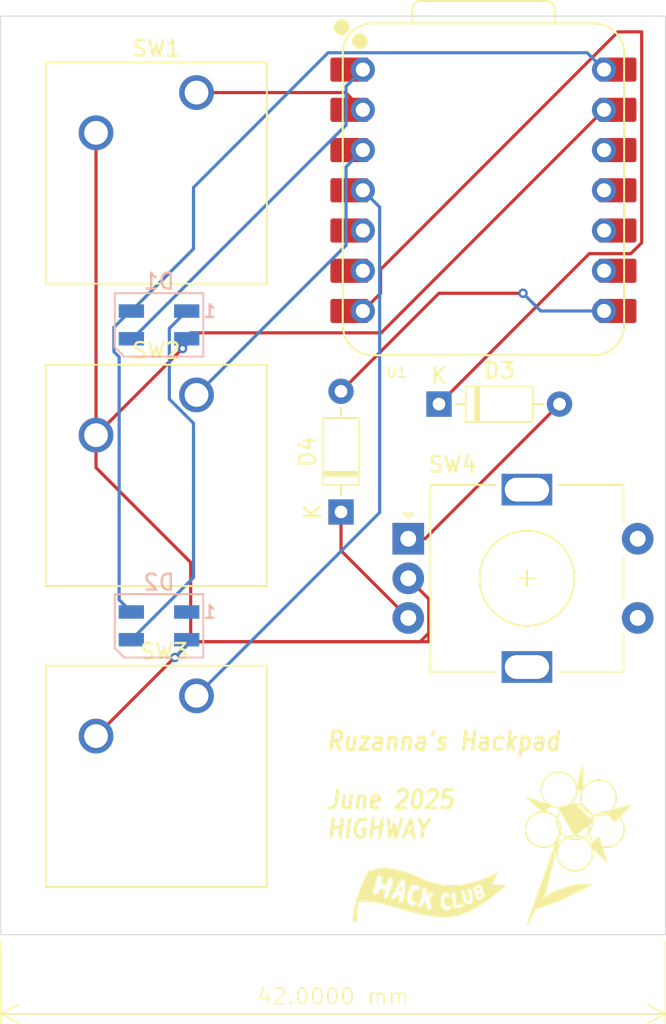
<source format=kicad_pcb>
(kicad_pcb (version 20240108) (generator "pcbnew") (generator_version "8.0")
  (layers (0 "F.Cu" signal) (31 "B.Cu" signal) (34 "B.Paste" user) (35 "F.Paste" user) (36 "B.SilkS" user "B.Silkscreen") (37 "F.SilkS" user "F.Silkscreen") (38 "B.Mask" user) (39 "F.Mask" user) (44 "Edge.Cuts" user))
  (net 0 "")
  (net 1 "Net-(D1-DOUT)")
  (net 2 "GND")
  (net 3 "NEOPIXEL")
  (net 4 "+5V")
  (net 6 "SWITCH1")
  (net 7 "SWITCH2")
  (net 8 "SWITCH3")
  (net 15 "Net-(D3-K)")
  (net 16 "Net-(D3-A)")
  (net 17 "Net-(D4-K)")
  (net 18 "Net-(D4-A)")
  (footprint "Rotary_Encoder:RotaryEncoder_Alps_EC11E-Switch_Vertical_H20mm" (layer "F.Cu") (at 128.25 90.5)
    (property "Reference" "SW4")
    (property "Value" "RotaryEncoder")
  )
  (footprint "Button_Switch_Keyboard:SW_Cherry_MX_1.00u_PCB" (layer "F.Cu") (at 114.869 81.42)
    (property "Reference" "SW2")
    (property "Value" "SW_Push_45deg")
  )
  (footprint "Diode_THT:D_DO-35_SOD27_P7.62mm_Horizontal" (layer "F.Cu") (at 130.19 82)
    (property "Reference" "D3")
    (property "Value" "1N4148")
  )
  (footprint "Diode_THT:D_DO-35_SOD27_P7.62mm_Horizontal" (layer "F.Cu") (at 124 88.81 90)
    (property "Reference" "D4")
    (property "Value" "1N4148")
  )
  (footprint "Seeed Studio XIAO Series Library:XIAO-RP2040-DIP" (layer "F.Cu") (at 133 68.5)
    (property "Reference" "U1")
    (property "Value" "XIAO-RP2040-DIP")
  )
  (footprint "Button_Switch_Keyboard:SW_Cherry_MX_1.00u_PCB" (layer "F.Cu") (at 114.869 62.3305)
    (property "Reference" "SW1")
    (property "Value" "SW_Push_45deg")
  )
  (footprint "Button_Switch_Keyboard:SW_Cherry_MX_1.00u_PCB" (layer "F.Cu") (at 114.869 100.42)
    (property "Reference" "SW3")
    (property "Value" "SW_Push_45deg")
  )
  (footprint "LED_SMD:LED_SK6812MINI_PLCC4_3.5x3.5mm_P1.75mm" (layer "B.Cu") (at 112.5 96 180)
    (property "Reference" "D2")
    (property "Value" "SK6812MINI")
  )
  (footprint "LED_SMD:LED_SK6812MINI_PLCC4_3.5x3.5mm_P1.75mm" (layer "B.Cu") (at 112.5 77 180)
    (property "Reference" "D1")
    (property "Value" "SK6812MINI")
  )
  (gr_poly (pts (xy 137.272436 107.359056) (xy 135.772436 106.859056) (xy 136.772436 107.741023)) (stroke (width 0.1)) (fill solid) (layer "F.SilkS"))
  (gr_poly (pts (xy 137.772436 107.477089) (xy 138.772436 109.241023) (xy 139.890469 108.359056) (xy 138.772436 107.241023)) (stroke (width 0.1)) (fill solid) (layer "F.SilkS"))
  (gr_poly (pts (xy 132.825275 112.873687) (xy 132.833263 112.87413) (xy 132.84113 112.875036) (xy 132.848851 112.876432) (xy 132.85265 112.877322) (xy 132.856405 112.878345) (xy 132.860112 112.879503) (xy 132.863769 112.880801) (xy 132.867372 112.882242) (xy 132.87092 112.883829) (xy 132.874409 112.885566) (xy 132.877837 112.887455) (xy 132.8812 112.889501) (xy 132.884497 112.891706) (xy 132.887723 112.894075) (xy 132.890876 112.89661) (xy 132.893954 112.899315) (xy 132.896953 112.902193) (xy 132.899872 112.905248) (xy 132.902706 112.908483) (xy 132.905453 112.911902) (xy 132.908111 112.915507) (xy 132.910676 112.919302) (xy 132.913146 112.923292) (xy 132.915518 112.927478) (xy 132.917789 112.931864) (xy 132.919956 112.936454) (xy 132.922017 112.941252) (xy 132.926834 112.95524) (xy 132.929694 112.968687) (xy 132.930718 112.981602) (xy 132.930022 112.993995) (xy 132.927726 113.005874) (xy 132.923948 113.017249) (xy 132.918806 113.02813) (xy 132.912419 113.038526) (xy 132.904906 113.048446) (xy 132.896384 113.0579) (xy 132.886973 113.066897) (xy 132.876791 113.075447) (xy 132.865956 113.083559) (xy 132.854587 113.091241) (xy 132.83072 113.105359) (xy 132.806138 113.117874) (xy 132.781788 113.128862) (xy 132.737579 113.146559) (xy 132.705673 113.159051) (xy 132.696703 113.163532) (xy 132.694379 113.165365) (xy 132.693654 113.166938) (xy 132.639574 112.941252) (xy 132.655684 112.930981) (xy 132.673943 112.920411) (xy 132.697335 112.908233) (xy 132.710564 112.902014) (xy 132.724607 112.895959) (xy 132.739307 112.890259) (xy 132.754508 112.885101) (xy 132.770053 112.880676) (xy 132.785785 112.877171) (xy 132.801549 112.874776) (xy 132.817186 112.873679)) (stroke (width -0.000001)) (fill solid) (layer "F.SilkS"))
  (gr_circle (center 136.772436 108.859056) (end 137.772436 109.359056) (stroke (width 0.1)) (fill none) (layer "F.SilkS"))
  (gr_poly (pts (xy 139.772436 109.859056) (xy 140.272436 109.359056) (xy 140.772436 110.859056)) (stroke (width 0.1)) (fill solid) (layer "F.SilkS"))
  (gr_poly (pts (xy 132.721994 112.547009) (xy 132.728772 112.547644) (xy 132.732062 112.54813) (xy 132.735282 112.548731) (xy 132.738432 112.549451) (xy 132.741509 112.550293) (xy 132.744511 112.55126) (xy 132.747438 112.552354) (xy 132.750286 112.55358) (xy 132.753054 112.55494) (xy 132.755741 112.556437) (xy 132.758344 112.558074) (xy 132.760862 112.559854) (xy 132.763293 112.56178) (xy 132.765635 112.563855) (xy 132.767886 112.566082) (xy 132.770045 112.568465) (xy 132.772109 112.571006) (xy 132.774077 112.573708) (xy 132.775947 112.576574) (xy 132.777717 112.579607) (xy 132.779386 112.582811) (xy 132.780951 112.586188) (xy 132.782411 112.589741) (xy 132.783764 112.593474) (xy 132.785008 112.597389) (xy 132.786141 112.60149) (xy 132.787162 112.605779) (xy 132.788727 112.615721) (xy 132.789064 112.625497) (xy 132.78825 112.635096) (xy 132.786361 112.644509) (xy 132.783476 112.653725) (xy 132.779672 112.662736) (xy 132.775026 112.671532) (xy 132.769616 112.680102) (xy 132.763518 112.688436) (xy 132.75681 112.696526) (xy 132.749569 112.704362) (xy 132.741873 112.711933) (xy 132.733799 112.71923) (xy 132.725424 112.726242) (xy 132.708081 112.739377) (xy 132.690462 112.751259) (xy 132.673186 112.761811) (xy 132.656871 112.770953) (xy 132.642136 112.778608) (xy 132.619878 112.789144) (xy 132.611359 112.792796) (xy 132.529137 112.600244) (xy 132.622424 112.566676) (xy 132.64511 112.55943) (xy 132.656188 112.556261) (xy 132.667048 112.553462) (xy 132.677659 112.551085) (xy 132.68799 112.549181) (xy 132.69801 112.547801) (xy 132.707689 112.546997) (xy 132.714961 112.546801)) (stroke (width -0.000001)) (fill solid) (layer "F.SilkS"))
  (gr_poly (pts (xy 126.827035 111.28928) (xy 127.038431 111.302631) (xy 127.270873 111.33116) (xy 127.395117 111.35182) (xy 127.524781 111.377118) (xy 127.659916 111.407336) (xy 127.800575 111.442755) (xy 127.94681 111.483656) (xy 128.098674 111.530321) (xy 128.256219 111.58303) (xy 128.419498 111.642066) (xy 128.588563 111.707709) (xy 128.763466 111.780241) (xy 128.94426 111.859942) (xy 129.130998 111.947095) (xy 129.335809 112.038742) (xy 129.540394 112.117664) (xy 129.744416 112.184456) (xy 129.947544 112.239716) (xy 130.149441 112.284038) (xy 130.349774 112.318018) (xy 130.548209 112.342253) (xy 130.744411 112.357338) (xy 130.938047 112.363869) (xy 131.128781 112.362443) (xy 131.31628 112.353653) (xy 131.50021 112.338098) (xy 131.680235 112.316372) (xy 131.856023 112.289071) (xy 132.027239 112.256792) (xy 132.193548 112.22013) (xy 132.51011 112.13604) (xy 132.803034 112.041569) (xy 133.069649 111.941484) (xy 133.307278 111.840551) (xy 133.51325 111.743538) (xy 133.684888 111.655211) (xy 133.914473 111.523684) (xy 133.915729 111.523007) (xy 133.91703 111.522493) (xy 133.918368 111.522135) (xy 133.919738 111.521928) (xy 133.921132 111.521864) (xy 133.922543 111.521936) (xy 133.923964 111.522139) (xy 133.925388 111.522466) (xy 133.926809 111.522909) (xy 133.92822 111.523463) (xy 133.929612 111.524121) (xy 133.930981 111.524875) (xy 133.932318 111.525721) (xy 133.933617 111.52665) (xy 133.93487 111.527656) (xy 133.936072 111.528733) (xy 133.937214 111.529873) (xy 133.93829 111.531072) (xy 133.939293 111.532321) (xy 133.940217 111.533614) (xy 133.941053 111.534944) (xy 133.941796 111.536306) (xy 133.942439 111.537692) (xy 133.942973 111.539095) (xy 133.943393 111.54051) (xy 133.943692 111.541928) (xy 133.943862 111.543345) (xy 133.943897 111.544753) (xy 133.943789 111.546145) (xy 133.943532 111.547516) (xy 133.943119 111.548857) (xy 133.942544 111.550163) (xy 133.544672 112.324638) (xy 133.544126 112.325788) (xy 133.543666 112.326949) (xy 133.54329 112.328118) (xy 133.542996 112.32929) (xy 133.542781 112.330465) (xy 133.542645 112.331637) (xy 133.542585 112.332805) (xy 133.5426 112.333965) (xy 133.542687 112.335114) (xy 133.542846 112.336249) (xy 133.543074 112.337368) (xy 133.543369 112.338466) (xy 133.54373 112.339542) (xy 133.544155 112.340591) (xy 133.544643 112.341612) (xy 133.54519 112.3426) (xy 133.545796 112.343553) (xy 133.546459 112.344468) (xy 133.547177 112.345341) (xy 133.547948 112.34617) (xy 133.54877 112.346952) (xy 133.549642 112.347683) (xy 133.550562 112.348361) (xy 133.551528 112.348982) (xy 133.552538 112.349544) (xy 133.55359 112.350043) (xy 133.554683 112.350476) (xy 133.555815 112.350841) (xy 133.556984 112.351134) (xy 133.558189 112.351352) (xy 133.559426 112.351492) (xy 133.560696 112.351551) (xy 133.882142 112.35421) (xy 134.137432 112.354199) (xy 134.429005 112.351768) (xy 134.430555 112.351803) (xy 134.432059 112.351946) (xy 134.433516 112.352192) (xy 134.434923 112.352537) (xy 134.436277 112.352974) (xy 134.437575 112.353501) (xy 134.438815 112.35411) (xy 134.439994 112.354799) (xy 134.441109 112.355561) (xy 134.442159 112.356392) (xy 134.443139 112.357286) (xy 134.444048 112.35824) (xy 134.444882 112.359248) (xy 134.44564 112.360305) (xy 134.446318 112.361406) (xy 134.446914 112.362546) (xy 134.447425 112.36372) (xy 134.447849 112.364924) (xy 134.448183 112.366153) (xy 134.448424 112.367401) (xy 134.448569 112.368664) (xy 134.448617 112.369937) (xy 134.448563 112.371214) (xy 134.448407 112.372491) (xy 134.448144 112.373764) (xy 134.447772 112.375026) (xy 134.44729 112.376274) (xy 134.446693 112.377502) (xy 134.445979 112.378705) (xy 134.445147 112.379879) (xy 134.444192 112.381018) (xy 134.443113 112.382118) (xy 134.268306 112.542061) (xy 133.963481 112.804419) (xy 133.552724 113.131051) (xy 133.315148 113.306552) (xy 133.060121 113.483819) (xy 132.790653 113.658086) (xy 132.509756 113.824584) (xy 132.220439 113.978547) (xy 131.925715 114.115208) (xy 131.628592 114.229798) (xy 131.480073 114.277327) (xy 131.332083 114.31755) (xy 131.184999 114.349873) (xy 131.039197 114.373698) (xy 130.895054 114.38843) (xy 130.752945 114.393473) (xy 130.457325 114.389148) (xy 130.17781 114.376635) (xy 129.913078 114.356623) (xy 129.661809 114.329803) (xy 129.42268 114.296864) (xy 129.194369 114.258497) (xy 128.975554 114.215392) (xy 128.764915 114.16824) (xy 128.561128 114.117731) (xy 128.362872 114.064554) (xy 127.977666 113.95296) (xy 127.598722 113.838979) (xy 127.215466 113.728134) (xy 127.072103 113.689453) (xy 128.882375 113.689453) (xy 128.883272 113.700637) (xy 128.88535 113.71105) (xy 128.888566 113.720635) (xy 128.892877 113.729336) (xy 128.898239 113.737098) (xy 128.904611 113.743865) (xy 128.911947 113.749581) (xy 128.920206 113.754191) (xy 128.929343 113.757638) (xy 128.939316 113.759866) (xy 128.950081 113.760821) (xy 128.961596 113.760445) (xy 128.973817 113.758684) (xy 128.9867 113.755481) (xy 129.000203 113.75078) (xy 129.014282 113.744526) (xy 129.028895 113.736663) (xy 129.043997 113.727135) (xy 129.059546 113.715886) (xy 129.075498 113.70286) (xy 129.091811 113.688003) (xy 129.10844 113.671256) (xy 129.125343 113.652566) (xy 129.142477 113.631876) (xy 129.159799 113.60913) (xy 129.177264 113.584272) (xy 129.185795 113.571311) (xy 129.194355 113.55642) (xy 129.202862 113.539981) (xy 129.211239 113.522376) (xy 129.219403 113.503986) (xy 129.227277 113.485193) (xy 129.241831 113.447925) (xy 129.254263 113.413624) (xy 129.263933 113.385344) (xy 129.272436 113.359056) (xy 129.353754 113.349904) (xy 129.391319 113.522975) (xy 129.420595 113.670214) (xy 129.432699 113.738856) (xy 129.44115 113.796502) (xy 129.443395 113.808448) (xy 129.446799 113.820018) (xy 129.451283 113.831162) (xy 129.456765 113.841831) (xy 129.463167 113.851974) (xy 129.470407 113.861542) (xy 129.478406 113.870485) (xy 129.487084 113.878753) (xy 129.496361 113.886298) (xy 129.506157 113.893068) (xy 129.516392 113.899015) (xy 129.526985 113.904088) (xy 129.537857 113.908239) (xy 129.548927 113.911417) (xy 129.560117 113.913572) (xy 129.571345 113.914655) (xy 129.582531 113.914616) (xy 129.593596 113.913406) (xy 129.604459 113.910974) (xy 129.615041 113.907271) (xy 129.625261 113.902248) (xy 129.63504 113.895854) (xy 129.644297 113.88804) (xy 129.652952 113.878756) (xy 129.660925 113.867953) (xy 129.668137 113.85558) (xy 129.674507 113.841588) (xy 129.679955 113.825928) (xy 129.684401 113.808549) (xy 129.687765 113.789403) (xy 129.689967 113.768438) (xy 129.690927 113.745606) (xy 129.686819 113.711561) (xy 129.680582 113.674632) (xy 129.672164 113.634808) (xy 129.661511 113.592073) (xy 129.648568 113.546414) (xy 129.633283 113.497817) (xy 129.6156 113.446269) (xy 129.595466 113.391756) (xy 129.589974 113.376871) (xy 130.327004 113.376871) (xy 130.327436 113.421165) (xy 130.328958 113.454487) (xy 130.331277 113.486893) (xy 130.33439 113.518366) (xy 130.33829 113.548889) (xy 130.342971 113.578445) (xy 130.348427 113.607016) (xy 130.354653 113.634584) (xy 130.361643 113.661133) (xy 130.369391 113.686645) (xy 130.377891 113.711102) (xy 130.387138 113.734488) (xy 130.397125 113.756784) (xy 130.407847 113.777974) (xy 130.419299 113.798039) (xy 130.431473 113.816964) (xy 130.444365 113.834729) (xy 130.457968 113.851319) (xy 130.472277 113.866715) (xy 130.487286 113.8809) (xy 130.50299 113.893856) (xy 130.519382 113.905567) (xy 130.536456 113.916015) (xy 130.554207 113.925183) (xy 130.57263 113.933052) (xy 130.591717 113.939607) (xy 130.611464 113.944829) (xy 130.631865 113.9487) (xy 130.652913 113.951205) (xy 130.674603 113.952324) (xy 130.69693 113.952042) (xy 130.719886 113.95034) (xy 130.743468 113.947201) (xy 130.766448 113.942927) (xy 130.787648 113.937877) (xy 130.807131 113.932108) (xy 130.824963 113.925678) (xy 130.841207 113.918648) (xy 130.855928 113.911075) (xy 130.86919 113.903018) (xy 130.881058 113.894536) (xy 130.891595 113.885688) (xy 130.900867 113.876531) (xy 130.908937 113.867126) (xy 130.915871 113.85753) (xy 130.921731 113.847802) (xy 130.926583 113.838001) (xy 130.930491 113.828186) (xy 130.933519 113.818415) (xy 130.935732 113.808747) (xy 130.937193 113.79924) (xy 130.937968 113.789954) (xy 130.93812 113.780947) (xy 130.937715 113.772277) (xy 130.936815 113.764004) (xy 130.935487 113.756185) (xy 130.933793 113.748881) (xy 130.931798 113.742149) (xy 130.929568 113.736048) (xy 130.927165 113.730636) (xy 130.924654 113.725973) (xy 130.9221 113.722117) (xy 130.919567 113.719127) (xy 130.91712 113.717062) (xy 130.914822 113.71598) (xy 130.911438 113.714889) (xy 130.908217 113.713521) (xy 130.901597 113.710404) (xy 130.897864 113.708884) (xy 130.893627 113.707539) (xy 130.888719 113.706486) (xy 130.882974 113.705836) (xy 130.876224 113.705703) (xy 130.868303 113.706202) (xy 130.859044 113.707447) (xy 130.84828 113.709549) (xy 130.835844 113.712624) (xy 130.82157 113.716786) (xy 130.805291 113.722147) (xy 130.78684 113.728821) (xy 130.777115 113.732253) (xy 130.76754 113.735181) (xy 130.758111 113.737599) (xy 130.748827 113.739503) (xy 130.739684 113.740886) (xy 130.730681 113.741743) (xy 130.721815 113.74207) (xy 130.713084 113.741861) (xy 130.704486 113.741111) (xy 130.696017 113.739814) (xy 130.687676 113.737965) (xy 130.67946 113.735559) (xy 130.671366 113.73259) (xy 130.663394 113.729054) (xy 130.655539 113.724945) (xy 130.6478 113.720257) (xy 130.640174 113.714987) (xy 130.632659 113.709127) (xy 130.625252 113.702673) (xy 130.617952 113.69562) (xy 130.610755 113.687962) (xy 130.603659 113.679695) (xy 130.596663 113.670812) (xy 130.589762 113.661309) (xy 130.582956 113.65118) (xy 130.576242 113.64042) (xy 130.563079 113.616986) (xy 130.550254 113.590965) (xy 130.537749 113.562314) (xy 130.529842 113.54088) (xy 130.522522 113.51734) (xy 130.515911 113.491981) (xy 130.510129 113.465087) (xy 130.505296 113.436944) (xy 130.501532 113.407838) (xy 130.498959 113.378053) (xy 130.497697 113.347875) (xy 130.497866 113.317589) (xy 130.499587 113.287481) (xy 130.50298 113.257835) (xy 130.508166 113.228937) (xy 130.515266 113.201073) (xy 130.5244 113.174527) (xy 130.529768 113.161838) (xy 130.535689 113.149585) (xy 130.542179 113.137805) (xy 130.549253 113.126532) (xy 130.55145 113.123347) (xy 130.553639 113.120306) (xy 130.555818 113.117404) (xy 130.557985 113.114637) (xy 130.560138 113.112001) (xy 130.562275 113.109491) (xy 130.566495 113.104836) (xy 130.570633 113.100638) (xy 130.574675 113.096864) (xy 130.578606 113.093479) (xy 130.582414 113.090451) (xy 130.586083 113.087747) (xy 130.589602 113.085332) (xy 130.592955 113.083173) (xy 130.59613 113.081238) (xy 130.606768 113.075057) (xy 130.611174 113.072534) (xy 130.615579 113.070328) (xy 130.619975 113.068424) (xy 130.624356 113.066808) (xy 130.628714 113.065467) (xy 130.633041 113.064386) (xy 130.637329 113.063551) (xy 130.641572 113.062948) (xy 130.645762 113.062563) (xy 130.649891 113.062382) (xy 130.653951 113.062391) (xy 130.657936 113.062575) (xy 130.661837 113.06292) (xy 130.665647 113.063413) (xy 130.669359 113.06404) (xy 130.672965 113.064786) (xy 130.676457 113.065636) (xy 130.679829 113.066578) (xy 130.686178 113.068678) (xy 130.691954 113.070973) (xy 130.697096 113.07335) (xy 130.701543 113.075697) (xy 130.705235 113.0779) (xy 130.708113 113.079846) (xy 130.710116 113.081424) (xy 130.722145 113.089772) (xy 130.73356 113.096983) (xy 130.744367 113.103095) (xy 130.754572 113.108146) (xy 130.764181 113.112176) (xy 130.7732 113.115225) (xy 130.781636 113.11733) (xy 130.789493 113.11853) (xy 130.796778 113.118866) (xy 130.803498 113.118374) (xy 130.809658 113.117096) (xy 130.815265 113.115069) (xy 130.820324 113.112332) (xy 130.824841 113.108924) (xy 130.828823 113.104885) (xy 130.832275 113.100252) (xy 130.835204 113.095066) (xy 130.837616 113.089365) (xy 130.839516 113.083188) (xy 130.840911 113.076574) (xy 130.841807 113.069561) (xy 130.84221 113.06219) (xy 130.842125 113.054498) (xy 130.84156 113.046524) (xy 130.84052 113.038309) (xy 130.83901 113.029889) (xy 130.837038 113.021305) (xy 130.834609 113.012596) (xy 130.831729 113.0038) (xy 130.828404 112.994956) (xy 130.824641 112.986103) (xy 130.820445 112.97728) (xy 130.81054 112.963836) (xy 130.800412 112.951175) (xy 130.791348 112.940782) (xy 131.030758 112.940782) (xy 131.03149 112.967455) (xy 131.033145 112.996038) (xy 131.038813 113.058042) (xy 131.046938 113.125007) (xy 131.056696 113.195145) (xy 131.077816 113.337796) (xy 131.087529 113.406735) (xy 131.095581 113.4717) (xy 131.114664 113.651925) (xy 131.118404 113.683834) (xy 131.122543 113.714566) (xy 131.127485 113.74616) (xy 131.133635 113.780658) (xy 131.136725 113.789109) (xy 131.14243 113.796199) (xy 131.150576 113.801998) (xy 131.160987 113.806576) (xy 131.173487 113.810003) (xy 131.1879 113.81235) (xy 131.204051 113.813686) (xy 131.221765 113.814084) (xy 131.261174 113.81234) (xy 131.304724 113.807682) (xy 131.351007 113.800671) (xy 131.398619 113.79187) (xy 131.492205 113.771147) (xy 131.574237 113.750014) (xy 131.63347 113.732971) (xy 131.658657 113.724516) (xy 131.661367 113.723185) (xy 131.665007 113.721804) (xy 131.6746 113.718562) (xy 131.680315 113.716536) (xy 131.686484 113.71413) (xy 131.692987 113.711263) (xy 131.699705 113.707851) (xy 131.70652 113.703813) (xy 131.709927 113.701534) (xy 131.713313 113.699066) (xy 131.716663 113.696401) (xy 131.719963 113.693528) (xy 131.723198 113.690436) (xy 131.726353 113.687116) (xy 131.729413 113.683556) (xy 131.732362 113.679748) (xy 131.735188 113.675679) (xy 131.737873 113.671341) (xy 131.740404 113.666723) (xy 131.742766 113.661814) (xy 131.744943 113.656605) (xy 131.746921 113.651084) (xy 131.748849 113.645615) (xy 131.750025 113.640343) (xy 131.750485 113.63527) (xy 131.75026 113.630399) (xy 131.749386 113.625731) (xy 131.747895 113.62127) (xy 131.745821 113.617018) (xy 131.743198 113.612976) (xy 131.74006 113.609148) (xy 131.73644 113.605536) (xy 131.732372 113.602142) (xy 131.72789 113.598969) (xy 131.723027 113.596018) (xy 131.717817 113.593293) (xy 131.706491 113.588528) (xy 131.694182 113.584693) (xy 131.681157 113.581806) (xy 131.667688 113.579886) (xy 131.654043 113.578953) (xy 131.640492 113.579026) (xy 131.627304 113.580123) (xy 131.614748 113.582263) (xy 131.603095 113.585465) (xy 131.574062 113.594101) (xy 131.534155 113.604157) (xy 131.487464 113.614295) (xy 131.462854 113.618976) (xy 131.438083 113.623177) (xy 131.413661 113.626729) (xy 131.390101 113.629465) (xy 131.367915 113.631219) (xy 131.347612 113.631823) (xy 131.329706 113.63111) (xy 131.321811 113.630208) (xy 131.314706 113.628913) (xy 131.308457 113.627205) (xy 131.303126 113.625064) (xy 131.298778 113.622468) (xy 131.295476 113.619396) (xy 131.290459 113.608831) (xy 131.286317 113.590919) (xy 131.282874 113.566438) (xy 131.279949 113.536166) (xy 131.269869 113.37273) (xy 131.2633 113.276496) (xy 131.253809 113.178881) (xy 131.24752 113.131502) (xy 131.239966 113.086112) (xy 131.230966 113.043489) (xy 131.220343 113.004411) (xy 131.218103 112.991237) (xy 131.21575 112.978585) (xy 131.213288 112.966448) (xy 131.210722 112.954819) (xy 131.208054 112.943691) (xy 131.205292 112.933056) (xy 131.202437 112.922908) (xy 131.199496 112.913239) (xy 131.196472 112.904041) (xy 131.19337 112.895309) (xy 131.190194 112.887035) (xy 131.186949 112.879211) (xy 131.183638 112.87183) (xy 131.180268 112.864886) (xy 131.176841 112.85837) (xy 131.173362 112.852277) (xy 131.169837 112.846599) (xy 131.166268 112.841328) (xy 131.162661 112.836457) (xy 131.15902 112.83198) (xy 131.155349 112.827889) (xy 131.151654 112.824177) (xy 131.147937 112.820836) (xy 131.144204 112.817861) (xy 131.140459 112.815243) (xy 131.136707 112.812975) (xy 131.132951 112.81105) (xy 131.129197 112.809462) (xy 131.125449 112.808202) (xy 131.121711 112.807264) (xy 131.117987 112.80664) (xy 131.114282 112.806324) (xy 131.114282 112.806325) (xy 131.110112 112.806329) (xy 131.105978 112.806708) (xy 131.101888 112.807452) (xy 131.097846 112.808551) (xy 131.09386 112.809993) (xy 131.089936 112.811768) (xy 131.086081 112.813867) (xy 131.082301 112.816277) (xy 131.078602 112.81899) (xy 131.074991 112.821995) (xy 131.068058 112.828838) (xy 131.061553 112.836722) (xy 131.055528 112.845564) (xy 131.050034 112.855281) (xy 131.045122 112.865789) (xy 131.040844 112.877005) (xy 131.037251 112.888845) (xy 131.034395 112.901227) (xy 131.032326 112.914065) (xy 131.031097 112.927278) (xy 131.030758 112.940782) (xy 130.791348 112.940782) (xy 130.790063 112.939308) (xy 130.779497 112.928245) (xy 130.768716 112.917996) (xy 130.757722 112.908571) (xy 130.746519 112.899981) (xy 130.735109 112.892234) (xy 130.723496 112.885341) (xy 130.711681 112.879313) (xy 130.699667 112.874158) (xy 130.687458 112.869888) (xy 130.675056 112.866512) (xy 130.662464 112.864041) (xy 130.649684 112.862484) (xy 130.63672 112.861851) (xy 130.626511 112.862004) (xy 130.616193 112.862728) (xy 130.605768 112.864027) (xy 130.595237 112.865905) (xy 130.584602 112.868368) (xy 130.573862 112.87142) (xy 130.563021 112.875065) (xy 130.552079 112.879309) (xy 130.541037 112.884156) (xy 130.529897 112.88961) (xy 130.51866 112.895676) (xy 130.507327 112.90236) (xy 130.495899 112.909665) (xy 130.484378 112.917596) (xy 130.472765 112.926158) (xy 130.461061 112.935355) (xy 130.445369 112.952162) (xy 130.430464 112.970727) (xy 130.416385 112.991059) (xy 130.403175 113.013171) (xy 130.390876 113.037072) (xy 130.379527 113.062773) (xy 130.369171 113.090286) (xy 130.359849 113.11962) (xy 130.351602 113.150787) (xy 130.344471 113.183797) (xy 130.338497 113.218661) (xy 130.333722 113.255389) (xy 130.330188 113.293993) (xy 130.327934 113.334484) (xy 130.327004 113.376871) (xy 129.589974 113.376871) (xy 129.58908 113.374446) (xy 129.581775 113.356404) (xy 129.57233 113.335299) (xy 129.566947 113.324347) (xy 129.561197 113.313528) (xy 129.555138 113.303142) (xy 129.548826 113.293488) (xy 129.542318 113.284866) (xy 129.539008 113.281036) (xy 129.53567 113.277576) (xy 129.53231 113.274523) (xy 129.528937 113.271916) (xy 129.525558 113.269792) (xy 129.522178 113.268188) (xy 129.562478 113.226952) (xy 129.604299 113.182605) (xy 129.652964 113.128837) (xy 129.702771 113.070447) (xy 129.72632 113.041018) (xy 129.748017 113.012234) (xy 129.767147 112.984693) (xy 129.782999 112.958996) (xy 129.79486 112.935742) (xy 129.799071 112.925219) (xy 129.802016 112.915532) (xy 129.805934 112.896588) (xy 129.808044 112.878687) (xy 129.808228 112.862136) (xy 129.80756 112.854461) (xy 129.806367 112.847239) (xy 129.804632 112.840507) (xy 129.802341 112.834303) (xy 129.79948 112.828667) (xy 129.796032 112.823635) (xy 129.791985 112.819246) (xy 129.787322 112.815539) (xy 129.782028 112.812552) (xy 129.77609 112.810322) (xy 129.769492 112.808889) (xy 129.762219 112.808291) (xy 129.754256 112.808565) (xy 129.745588 112.80975) (xy 129.736202 112.811884) (xy 129.72608 112.815006) (xy 129.71521 112.819153) (xy 129.703576 112.824365) (xy 129.691163 112.830678) (xy 129.677956 112.838132) (xy 129.66394 112.846765) (xy 129.649101 112.856615) (xy 129.633424 112.86772) (xy 129.616893 112.880118) (xy 129.599495 112.893849) (xy 129.581213 112.908949) (xy 129.563 112.924415) (xy 129.545792 112.93922) (xy 129.529563 112.953377) (xy 129.514285 112.966896) (xy 129.499928 112.979788) (xy 129.486466 112.992064) (xy 129.47387 113.003735) (xy 129.462111 113.014813) (xy 129.451163 113.025309) (xy 129.440996 113.035233) (xy 129.431583 113.044597) (xy 129.422895 113.053411) (xy 129.414905 113.061688) (xy 129.407585 113.069437) (xy 129.400906 113.07667) (xy 129.39484 113.083399) (xy 129.384436 113.095386) (xy 129.376147 113.105487) (xy 129.369751 113.113791) (xy 129.365021 113.120385) (xy 129.361733 113.12536) (xy 129.359663 113.128804) (xy 129.358276 113.131452) (xy 129.365624 113.095741) (xy 129.373055 113.055743) (xy 129.381433 113.005108) (xy 129.389588 112.94693) (xy 129.396352 112.884301) (xy 129.398848 112.852285) (xy 129.400557 112.820316) (xy 129.401049 112.800352) (xy 131.623476 112.800352) (xy 131.623535 112.809255) (xy 131.62422 112.818406) (xy 131.629167 112.855424) (xy 131.636293 112.89412) (xy 131.646118 112.937177) (xy 131.659156 112.987274) (xy 131.696945 113.119319) (xy 131.753794 113.311704) (xy 131.763088 113.338122) (xy 131.773321 113.36267) (xy 131.784419 113.385415) (xy 131.796306 113.406422) (xy 131.808909 113.425758) (xy 131.822152 113.44349) (xy 131.83596 113.459683) (xy 131.85026 113.474403) (xy 131.864976 113.487717) (xy 131.880033 113.499692) (xy 131.895358 113.510393) (xy 131.910874 113.519886) (xy 131.926509 113.528239) (xy 131.942186 113.535516) (xy 131.957831 113.541785) (xy 131.97337 113.547111) (xy 131.988728 113.551562) (xy 132.00383 113.555202) (xy 132.032967 113.560318) (xy 132.060185 113.56299) (xy 132.084885 113.563747) (xy 132.106471 113.563119) (xy 132.124345 113.561637) (xy 132.146565 113.558227) (xy 132.157844 113.555209) (xy 132.168563 113.55168) (xy 132.17874 113.547661) (xy 132.188394 113.543174) (xy 132.197542 113.53824) (xy 132.206201 113.53288) (xy 132.214391 113.527115) (xy 132.222128 113.520967) (xy 132.22943 113.514456) (xy 132.236316 113.507604) (xy 132.242803 113.500431) (xy 132.248908 113.492961) (xy 132.260047 113.477208) (xy 132.269875 113.460515) (xy 132.278536 113.443051) (xy 132.28617 113.424986) (xy 132.292922 113.406489) (xy 132.298933 113.387731) (xy 132.309305 113.350109) (xy 132.318426 113.313477) (xy 132.32223 113.292686) (xy 132.324403 113.268072) (xy 132.325058 113.240057) (xy 132.324305 113.209063) (xy 132.322257 113.175512) (xy 132.319026 113.139827) (xy 132.30946 113.063743) (xy 132.296502 112.984187) (xy 132.281047 112.904537) (xy 132.26399 112.828171) (xy 132.246224 112.758467) (xy 132.239975 112.742446) (xy 132.233287 112.727334) (xy 132.226204 112.713146) (xy 132.21877 112.699903) (xy 132.211029 112.687621) (xy 132.207058 112.681845) (xy 132.203026 112.676317) (xy 132.19894 112.671039) (xy 132.194806 112.666012) (xy 132.190627 112.661238) (xy 132.186411 112.656721) (xy 132.182163 112.652462) (xy 132.177887 112.648463) (xy 132.173591 112.644727) (xy 132.169278 112.641256) (xy 132.164956 112.638052) (xy 132.160628 112.635117) (xy 132.156302 112.632454) (xy 132.151982 112.630065) (xy 132.147673 112.627952) (xy 132.143383 112.626117) (xy 132.139115 112.624563) (xy 132.134876 112.623292) (xy 132.13067 112.622306) (xy 132.126505 112.621607) (xy 132.122384 112.621198) (xy 132.118314 112.62108) (xy 132.112097 112.621482) (xy 132.106037 112.622604) (xy 132.100154 112.624454) (xy 132.09447 112.627041) (xy 132.089004 112.630372) (xy 132.083779 112.634457) (xy 132.078815 112.639303) (xy 132.074132 112.644919) (xy 132.069751 112.651313) (xy 132.065694 112.658494) (xy 132.06198 112.66647) (xy 132.058631 112.67525) (xy 132.055667 112.684841) (xy 132.053109 112.695252) (xy 132.050978 112.706491) (xy 132.049295 112.718568) (xy 132.049356 112.727247) (xy 132.049951 112.736322) (xy 132.051038 112.745795) (xy 132.052577 112.755669) (xy 132.056852 112.776637) (xy 132.062453 112.799255) (xy 132.076339 112.849549) (xy 132.083979 112.877283) (xy 132.091654 112.906778) (xy 132.102424 112.971839) (xy 132.112654 113.038836) (xy 132.121356 113.105801) (xy 132.124825 113.138655) (xy 132.127542 113.170762) (xy 132.129383 113.201875) (xy 132.130223 113.23175) (xy 132.129941 113.260138) (xy 132.128411 113.286794) (xy 132.125511 113.311472) (xy 132.121117 113.333926) (xy 132.115106 113.353908) (xy 132.111455 113.362896) (xy 132.107353 113.371174) (xy 132.103558 113.376212) (xy 132.099522 113.380862) (xy 132.09526 113.385126) (xy 132.090788 113.389009) (xy 132.086123 113.392513) (xy 132.081279 113.395641) (xy 132.076273 113.398396) (xy 132.071121 113.400781) (xy 132.065838 113.4028) (xy 132.06044 113.404455) (xy 132.054944 113.40575) (xy 132.049365 113.406688) (xy 132.043719 113.407271) (xy 132.038022 113.407504) (xy 132.032289 113.407388) (xy 132.026537 113.406928) (xy 132.020781 113.406126) (xy 132.015037 113.404985) (xy 132.009322 113.403508) (xy 132.00365 113.401699) (xy 131.998039 113.399561) (xy 131.992502 113.397096) (xy 131.987058 113.394308) (xy 131.98172 113.3912) (xy 131.976506 113.387775) (xy 131.971431 113.384037) (xy 131.966511 113.379987) (xy 131.961762 113.37563) (xy 131.957199 113.370968) (xy 131.952839 113.366004) (xy 131.948697 113.360742) (xy 131.94479 113.355185) (xy 131.931228 113.324702) (xy 131.918144 113.290071) (xy 131.905516 113.251999) (xy 131.893325 113.211191) (xy 131.870172 113.124196) (xy 131.848519 113.034736) (xy 131.828204 112.948462) (xy 131.809063 112.871026) (xy 131.799883 112.837387) (xy 131.790934 112.808077) (xy 131.782198 112.783802) (xy 131.773653 112.765268) (xy 131.767969 112.7558) (xy 131.762071 112.747286) (xy 131.755987 112.7397) (xy 131.749743 112.73302) (xy 131.743369 112.727223) (xy 131.736893 112.722284) (xy 131.730341 112.71818) (xy 131.723743 112.714888) (xy 131.717127 112.712384) (xy 131.71052 112.710645) (xy 131.70395 112.709648) (xy 131.697445 112.709368) (xy 131.691034 112.709783) (xy 131.684745 112.710869) (xy 131.678604 112.712603) (xy 131.672642 112.71496) (xy 131.666884 112.717918) (xy 131.66136 112.721453) (xy 131.656098 112.725542) (xy 131.651125 112.730161) (xy 131.646469 112.735287) (xy 131.642159 112.740896) (xy 131.638222 112.746965) (xy 131.634687 112.753471) (xy 131.631582 112.760389) (xy 131.628933 112.767697) (xy 131.626771 112.77537) (xy 131.625122 112.783386) (xy 131.624014 112.791721) (xy 131.623476 112.800352) (xy 129.401049 112.800352) (xy 129.401334 112.788782) (xy 129.401033 112.758069) (xy 129.401865 112.747163) (xy 129.402139 112.736398) (xy 129.401876 112.725789) (xy 129.401095 112.715349) (xy 129.399818 112.705091) (xy 129.398066 112.69503) (xy 129.395859 112.685179) (xy 129.393217 112.675551) (xy 129.390163 112.666161) (xy 129.386716 112.657021) (xy 129.382898 112.648146) (xy 129.378729 112.639549) (xy 129.374229 112.631243) (xy 129.36942 112.623243) (xy 129.364322 112.615562) (xy 129.358956 112.608214) (xy 129.353343 112.601212) (xy 129.347504 112.594569) (xy 129.341458 112.588301) (xy 129.337992 112.585028) (xy 132.382773 112.585028) (xy 132.382852 112.588816) (xy 132.383467 112.596268) (xy 132.384528 112.603569) (xy 132.385844 112.610735) (xy 132.388458 112.624733) (xy 132.483331 112.93527) (xy 132.549061 113.159536) (xy 132.57108 113.241111) (xy 132.577452 113.268284) (xy 132.579996 113.284104) (xy 132.580549 113.286477) (xy 132.581533 113.288698) (xy 132.582933 113.29077) (xy 132.584736 113.292692) (xy 132.586925 113.294466) (xy 132.589487 113.296093) (xy 132.595669 113.298907) (xy 132.603163 113.30114) (xy 132.611849 113.3028) (xy 132.621611 113.303893) (xy 132.632328 113.304426) (xy 132.643884 113.304405) (xy 132.65616 113.303837) (xy 132.669036 113.302729) (xy 132.682396 113.301087) (xy 132.696119 113.298917) (xy 132.710089 113.296228) (xy 132.724186 113.293024) (xy 132.738292 113.289313) (xy 132.778845 113.274897) (xy 132.816934 113.259469) (xy 132.852505 113.243083) (xy 132.869331 113.234549) (xy 132.885508 113.225796) (xy 132.90103 113.216832) (xy 132.91589 113.207664) (xy 132.930083 113.198298) (xy 132.9436 113.188742) (xy 132.956437 113.179003) (xy 132.968586 113.169087) (xy 132.980041 113.159001) (xy 132.990796 113.148753) (xy 133.000844 113.13835) (xy 133.010179 113.127798) (xy 133.018793 113.117104) (xy 133.026682 113.106276) (xy 133.033837 113.09532) (xy 133.040254 113.084244) (xy 133.045924 113.073054) (xy 133.050843 113.061757) (xy 133.055002 113.050361) (xy 133.058397 113.038872) (xy 133.06102 113.027297) (xy 133.062865 113.015644) (xy 133.063925 113.003918) (xy 133.064194 112.992128) (xy 133.063666 112.98028) (xy 133.062334 112.968382) (xy 133.05825 112.944904) (xy 133.052969 112.922215) (xy 133.049891 112.911191) (xy 133.046529 112.900397) (xy 133.042888 112.889841) (xy 133.038971 112.879534) (xy 133.034785 112.869487) (xy 133.030333 112.859711) (xy 133.025622 112.850215) (xy 133.020654 112.841011) (xy 133.015437 112.832109) (xy 133.009974 112.823519) (xy 133.00427 112.815251) (xy 132.99833 112.807318) (xy 132.99216 112.799727) (xy 132.985763 112.792492) (xy 132.979146 112.785621) (xy 132.972312 112.779125) (xy 132.965266 112.773015) (xy 132.958014 112.767301) (xy 132.95056 112.761994) (xy 132.94291 112.757104) (xy 132.935068 112.752642) (xy 132.927038 112.748619) (xy 132.918827 112.745044) (xy 132.910438 112.741928) (xy 132.901877 112.739282) (xy 132.893149 112.737116) (xy 132.884257 112.735441) (xy 132.875209 112.734267) (xy 132.880056 112.724079) (xy 132.885395 112.712135) (xy 132.892036 112.696328) (xy 132.899499 112.677185) (xy 132.907304 112.655235) (xy 132.91497 112.631003) (xy 132.918601 112.618197) (xy 132.922017 112.605019) (xy 132.923291 112.597309) (xy 132.924268 112.589535) (xy 132.924954 112.581711) (xy 132.925356 112.57385) (xy 132.925478 112.565965) (xy 132.925327 112.558071) (xy 132.924909 112.55018) (xy 132.924229 112.542306) (xy 132.922108 112.526663) (xy 132.919009 112.511249) (xy 132.914979 112.496174) (xy 132.910066 112.481545) (xy 132.904314 112.467469) (xy 132.897772 112.454055) (xy 132.890484 112.441411) (xy 132.886576 112.435411) (xy 132.882498 112.429644) (xy 132.878258 112.424124) (xy 132.87386 112.418863) (xy 132.869311 112.413876) (xy 132.864616 112.409176) (xy 132.859781 112.404776) (xy 132.854813 112.400689) (xy 132.849716 112.39693) (xy 132.844497 112.393512) (xy 132.839969 112.391935) (xy 132.835401 112.390458) (xy 132.830792 112.389082) (xy 132.826144 112.387806) (xy 132.821454 112.386631) (xy 132.816723 112.385556) (xy 132.807137 112.383708) (xy 132.797383 112.38226) (xy 132.787458 112.381211) (xy 132.77736 112.380561) (xy 132.767086 112.380309) (xy 132.751341 112.380676) (xy 132.735186 112.381935) (xy 132.718612 112.384085) (xy 132.701611 112.387124) (xy 132.684174 112.391048) (xy 132.666293 112.395857) (xy 132.647957 112.401547) (xy 132.62916 112.408116) (xy 132.609892 112.415562) (xy 132.590144 112.423883) (xy 132.569908 112.433076) (xy 132.549174 112.44314) (xy 132.527935 112.454071) (xy 132.506181 112.465868) (xy 132.483904 112.478528) (xy 132.461094 112.492049) (xy 132.452205 112.497206) (xy 132.443985 112.502277) (xy 132.436411 112.507263) (xy 132.429458 112.512168) (xy 132.423101 112.516992) (xy 132.417317 112.521738) (xy 132.412081 112.526409) (xy 132.40737 112.531006) (xy 132.403158 112.535532) (xy 132.399422 112.539988) (xy 132.396137 112.544377) (xy 132.393279 112.548701) (xy 132.390823 112.552961) (xy 132.388747 112.557161) (xy 132.387024 112.561302) (xy 132.385632 112.565386) (xy 132.384546 112.569415) (xy 132.383741 112.573392) (xy 132.383193 112.577318) (xy 132.382879 112.581197) (xy 132.382773 112.585028) (xy 129.337992 112.585028) (xy 129.335228 112.582419) (xy 129.328834 112.576938) (xy 129.322296 112.571871) (xy 129.315635 112.567233) (xy 129.308873 112.563036) (xy 129.302029 112.559294) (xy 129.295124 112.556022) (xy 129.28818 112.553232) (xy 129.281217 112.550938) (xy 129.274256 112.549154) (xy 129.267317 112.547893) (xy 129.260421 112.547169) (xy 129.25359 112.546997) (xy 129.247452 112.547329) (xy 129.241401 112.548139) (xy 129.23545 112.549436) (xy 129.229617 112.55123) (xy 129.223916 112.553532) (xy 129.218363 112.556351) (xy 129.215647 112.557959) (xy 129.212974 112.559699) (xy 129.210346 112.561574) (xy 129.207764 112.563584) (xy 129.205231 112.565732) (xy 129.202749 112.568018) (xy 129.200319 112.570444) (xy 129.197944 112.57301) (xy 129.195626 112.575719) (xy 129.193365 112.578571) (xy 129.189028 112.58471) (xy 129.184948 112.591438) (xy 129.18114 112.598765) (xy 129.177621 112.606701) (xy 129.174406 112.615256) (xy 129.1646 112.64995) (xy 129.15745 112.685089) (xy 129.152425 112.720887) (xy 129.148993 112.757561) (xy 129.140584 112.917313) (xy 129.137156 112.96159) (xy 129.132137 113.008033) (xy 129.124995 113.056857) (xy 129.1152 113.108278) (xy 129.10222 113.16251) (xy 129.085525 113.219768) (xy 129.064583 113.280268) (xy 129.038864 113.344225) (xy 129.031539 113.361072) (xy 129.023181 113.379292) (xy 129.004122 113.418639) (xy 128.983212 113.459849) (xy 128.961974 113.500506) (xy 128.904226 113.609268) (xy 128.897127 113.62391) (xy 128.891468 113.638116) (xy 128.887207 113.651829) (xy 128.8843 113.664993) (xy 128.882704 113.677553) (xy 128.882375 113.689453) (xy 127.072103 113.689453) (xy 126.856018 113.631152) (xy 126.538465 113.551872) (xy 126.39297 113.518911) (xy 126.255035 113.490424) (xy 126.123688 113.466426) (xy 125.997958 113.446935) (xy 125.876873 113.431965) (xy 125.759463 113.421533) (xy 125.644755 113.415654) (xy 125.531778 113.414346) (xy 125.419561 113.417624) (xy 125.307133 113.425503) (xy 125.193522 113.438001) (xy 125.077757 113.455132) (xy 125.0765 113.4553) (xy 125.075258 113.455383) (xy 125.074032 113.455385) (xy 125.072826 113.455309) (xy 125.071642 113.455156) (xy 125.070482 113.45493) (xy 125.069349 113.454633) (xy 125.068244 113.454267) (xy 125.067171 113.453836) (xy 125.066132 113.453342) (xy 125.065129 113.452787) (xy 125.064164 113.452174) (xy 125.06324 113.451506) (xy 125.062359 113.450785) (xy 125.061524 113.450014) (xy 125.060737 113.449195) (xy 125.060001 113.448331) (xy 125.059317 113.447425) (xy 125.058689 113.446478) (xy 125.058118 113.445495) (xy 125.057607 113.444477) (xy 125.057159 113.443426) (xy 125.056776 113.442347) (xy 125.056459 113.44124) (xy 125.056212 113.440109) (xy 125.056037 113.438956) (xy 125.055937 113.437784) (xy 125.055913 113.436596) (xy 125.055968 113.435393) (xy 125.056104 113.43418) (xy 125.056325 113.432957) (xy 125.056632 113.431728) (xy 125.226907 112.833779) (xy 126.048641 112.833779) (xy 126.049655 112.8571) (xy 126.052753 112.877719) (xy 126.057787 112.895721) (xy 126.064609 112.911186) (xy 126.073071 112.924197) (xy 126.083026 112.934836) (xy 126.094324 112.943185) (xy 126.106817 112.949327) (xy 126.120358 112.953344) (xy 126.134799 112.955317) (xy 126.14999 112.95533) (xy 126.165785 112.953463) (xy 126.182035 112.9498) (xy 126.198591 112.944423) (xy 126.215306 112.937413) (xy 126.232031 112.928853) (xy 126.248619 112.918825) (xy 126.264921 112.907411) (xy 126.280789 112.894694) (xy 126.296075 112.880755) (xy 126.310631 112.865677) (xy 126.324308 112.849542) (xy 126.336959 112.832433) (xy 126.348435 112.81443) (xy 126.358589 112.795617) (xy 126.402698 112.711106) (xy 126.44153 112.635393) (xy 126.479697 112.559947) (xy 126.795818 112.681128) (xy 126.779838 112.767993) (xy 126.763364 112.852835) (xy 126.744343 112.944182) (xy 126.736153 112.972134) (xy 126.730133 112.998088) (xy 126.726171 113.022071) (xy 126.724159 113.044111) (xy 126.723987 113.064238) (xy 126.725545 113.082478) (xy 126.728724 113.098862) (xy 126.733415 113.113417) (xy 126.739507 113.126171) (xy 126.746892 113.137153) (xy 126.755459 113.146392) (xy 126.7651 113.153915) (xy 126.775704 113.15975) (xy 126.787162 113.163927) (xy 126.799365 113.166474) (xy 126.812204 113.167419) (xy 126.825567 113.16679) (xy 126.839347 113.164616) (xy 126.841985 113.163925) (xy 127.197087 113.163925) (xy 127.197146 113.177106) (xy 127.198504 113.189571) (xy 127.201114 113.20122) (xy 127.20493 113.211956) (xy 127.209903 113.22168) (xy 127.215986 113.230294) (xy 127.223132 113.237701) (xy 127.231294 113.243801) (xy 127.240424 113.248496) (xy 127.250475 113.251689) (xy 127.2614 113.253282) (xy 127.273151 113.253175) (xy 127.28568 113.251271) (xy 127.298942 113.247472) (xy 127.312887 113.241679) (xy 127.32747 113.233794) (xy 127.342642 113.22372) (xy 127.358356 113.211357) (xy 127.374565 113.196608) (xy 127.391222 113.179375) (xy 127.408279 113.159559) (xy 127.425688 113.137062) (xy 127.443404 113.111786) (xy 127.461377 113.083632) (xy 127.479561 113.052504) (xy 127.497909 113.018301) (xy 127.747868 113.046227) (xy 127.725231 113.113839) (xy 127.70244 113.18493) (xy 127.676895 113.268947) (xy 127.67079 113.286486) (xy 127.666181 113.303086) (xy 127.663005 113.318738) (xy 127.661199 113.333433) (xy 127.660698 113.347162) (xy 127.661438 113.359913) (xy 127.663356 113.371678) (xy 127.666386 113.382446) (xy 127.670466 113.392209) (xy 127.675531 113.400957) (xy 127.681518 113.408679) (xy 127.688361 113.415366) (xy 127.695998 113.421008) (xy 127.704364 113.425596) (xy 127.713396 113.42912) (xy 127.723028 113.431571) (xy 127.733198 113.432938) (xy 127.743841 113.433212) (xy 127.754894 113.432383) (xy 127.766292 113.430442) (xy 127.777971 113.427378) (xy 127.789868 113.423183) (xy 127.801917 113.417845) (xy 127.814056 113.411357) (xy 127.826221 113.403708) (xy 127.838347 113.394888) (xy 127.85037 113.384887) (xy 127.862226 113.373697) (xy 127.873852 113.361307) (xy 127.885183 113.347707) (xy 127.896156 113.332889) (xy 127.906706 113.316841) (xy 127.914339 113.300581) (xy 127.92483 113.270416) (xy 127.950951 113.177325) (xy 128.197082 113.177325) (xy 128.197883 113.216753) (xy 128.200337 113.257382) (xy 128.204743 113.298649) (xy 128.211399 113.339993) (xy 128.220604 113.38085) (xy 128.232657 113.42066) (xy 128.247858 113.458858) (xy 128.255859 113.476242) (xy 128.264492 113.492543) (xy 128.273707 113.507799) (xy 128.283453 113.522044) (xy 128.293681 113.535315) (xy 128.304338 113.547647) (xy 128.315374 113.559075) (xy 128.32674 113.569636) (xy 128.338383 113.579365) (xy 128.350255 113.588298) (xy 128.362303 113.596471) (xy 128.374477 113.603918) (xy 128.386727 113.610677) (xy 128.399003 113.616782) (xy 128.411253 113.62227) (xy 128.423426 113.627175) (xy 128.447343 113.635383) (xy 128.470347 113.641692) (xy 128.492035 113.646386) (xy 128.512001 113.649752) (xy 128.545147 113.65364) (xy 128.566546 113.655642) (xy 128.586783 113.64906) (xy 128.605311 113.642037) (xy 128.622192 113.634615) (xy 128.637489 113.626836) (xy 128.651265 113.618741) (xy 128.663581 113.610372) (xy 128.6745 113.60177) (xy 128.684085 113.592978) (xy 128.692398 113.584037) (xy 128.699502 113.574989) (xy 128.705458 113.565874) (xy 128.71033 113.556736) (xy 128.714179 113.547615) (xy 128.717069 113.538554) (xy 128.719061 113.529593) (xy 128.720218 113.520775) (xy 128.720603 113.512141) (xy 128.720277 113.503733) (xy 128.719304 113.495593) (xy 128.717746 113.487761) (xy 128.715665 113.480281) (xy 128.713123 113.473193) (xy 128.710183 113.466539) (xy 128.706908 113.460361) (xy 128.703359 113.454701) (xy 128.6996 113.449599) (xy 128.695693 113.445099) (xy 128.691699 113.441241) (xy 128.687683 113.438067) (xy 128.683705 113.435619) (xy 128.679828 113.433938) (xy 128.676116 113.433067) (xy 128.656972 113.432501) (xy 128.636546 113.432191) (xy 128.615192 113.431408) (xy 128.604277 113.43061) (xy 128.593263 113.429419) (xy 128.582195 113.427744) (xy 128.571115 113.425494) (xy 128.56007 113.422577) (xy 128.549102 113.418902) (xy 128.538256 113.414378) (xy 128.532893 113.411769) (xy 128.527578 113.408913) (xy 128.522314 113.405799) (xy 128.517109 113.402416) (xy 128.511968 113.398751) (xy 128.506897 113.394795) (xy 128.49867 113.387589) (xy 128.491054 113.379758) (xy 128.484028 113.371338) (xy 128.477573 113.362366) (xy 128.471672 113.352878) (xy 128.466304 113.34291) (xy 128.461451 113.3325) (xy 128.457094 113.321683) (xy 128.44979 113.298975) (xy 128.444241 113.275078) (xy 128.440296 113.250284) (xy 128.437801 113.224884) (xy 128.436605 113.19917) (xy 128.436556 113.173433) (xy 128.437503 113.147966) (xy 128.439292 113.123059) (xy 128.441772 113.099004) (xy 128.444792 113.076093) (xy 128.451841 113.034869) (xy 128.47194 112.965025) (xy 128.483974 112.926396) (xy 128.497341 112.886435) (xy 128.512048 112.845994) (xy 128.528103 112.805927) (xy 128.545513 112.767087) (xy 128.564285 112.730328) (xy 128.574184 112.712996) (xy 128.584427 112.696504) (xy 128.595013 112.680959) (xy 128.605945 112.666468) (xy 128.617223 112.653137) (xy 128.628848 112.641073) (xy 128.64082 112.630383) (xy 128.653142 112.621173) (xy 128.665813 112.61355) (xy 128.678835 112.607621) (xy 128.692208 112.603493) (xy 128.705934 112.601272) (xy 128.720013 112.601064) (xy 128.734446 112.602977) (xy 128.749235 112.607118) (xy 128.764379 112.613592) (xy 128.773488 112.624813) (xy 128.782422 112.634997) (xy 128.791176 112.644178) (xy 128.799746 112.652392) (xy 128.808129 112.659674) (xy 128.816319 112.666058) (xy 128.824314 112.671578) (xy 128.83211 112.67627) (xy 128.839701 112.680168) (xy 128.847084 112.683308) (xy 128.854256 112.685723) (xy 128.861211 112.687449) (xy 128.867947 112.68852) (xy 128.874459 112.688971) (xy 128.880742 112.688837) (xy 128.886793 112.688153) (xy 128.892609 112.686953) (xy 128.898184 112.685272) (xy 128.903515 112.683145) (xy 128.908597 112.680607) (xy 128.913428 112.677691) (xy 128.918002 112.674434) (xy 128.922315 112.67087) (xy 128.926364 112.667033) (xy 128.930145 112.662959) (xy 128.933654 112.658681) (xy 128.936885 112.654236) (xy 128.939837 112.649657) (xy 128.942503 112.644979) (xy 128.944882 112.640238) (xy 128.946967 112.635467) (xy 128.948756 112.630702) (xy 128.951362 112.622336) (xy 128.953441 112.613427) (xy 128.954981 112.604029) (xy 128.955974 112.594196) (xy 128.956408 112.583983) (xy 128.956273 112.573442) (xy 128.955558 112.56263) (xy 128.954254 112.551599) (xy 128.95235 112.540403) (xy 128.949836 112.529097) (xy 128.9467 112.517735) (xy 128.942934 112.50637) (xy 128.938526 112.495058) (xy 128.933466 112.483851) (xy 128.927744 112.472805) (xy 128.92135 112.461972) (xy 128.914273 112.451408) (xy 128.906502 112.441166) (xy 128.898028 112.4313) (xy 128.88884 112.421865) (xy 128.878928 112.412914) (xy 128.868281 112.404502) (xy 128.856889 112.396682) (xy 128.844741 112.38951) (xy 128.831828 112.383037) (xy 128.818139 112.37732) (xy 128.803663 112.372412) (xy 128.788391 112.368367) (xy 128.772312 112.365238) (xy 128.755414 112.363081) (xy 128.73769 112.361949) (xy 128.719127 112.361897) (xy 128.719126 112.361897) (xy 128.714034 112.362073) (xy 128.708883 112.362331) (xy 128.703671 112.362674) (xy 128.698399 112.3631) (xy 128.693067 112.363611) (xy 128.687672 112.364208) (xy 128.682215 112.36489) (xy 128.676695 112.365659) (xy 128.645183 112.367608) (xy 128.614968 112.372845) (xy 128.586028 112.381151) (xy 128.558345 112.392306) (xy 128.5319 112.406089) (xy 128.506673 112.422283) (xy 128.482645 112.440666) (xy 128.459795 112.461019) (xy 128.438106 112.483122) (xy 128.417558 112.506756) (xy 128.398131 112.531701) (xy 128.379806 112.557737) (xy 128.362563 112.584644) (xy 128.346384 112.612204) (xy 128.317138 112.6684) (xy 128.291912 112.724566) (xy 128.270552 112.778946) (xy 128.252903 112.829783) (xy 128.23881 112.875317) (xy 128.220674 112.94345) (xy 128.214904 112.969286) (xy 128.207398 113.017877) (xy 128.201602 113.071869) (xy 128.197633 113.13966) (xy 128.197082 113.177325) (xy 127.950951 113.177325) (xy 127.951863 113.174076) (xy 127.982759 113.039238) (xy 128.012474 112.877318) (xy 128.02531 112.789769) (xy 128.03596 112.699731) (xy 128.04379 112.608631) (xy 128.048172 112.517896) (xy 128.048473 112.428952) (xy 128.044064 112.343228) (xy 128.034313 112.262149) (xy 128.01859 112.187143) (xy 128.012706 112.176274) (xy 128.006629 112.165438) (xy 128.000388 112.154723) (xy 127.994015 112.144218) (xy 127.987537 112.134009) (xy 127.980985 112.124186) (xy 127.974387 112.114837) (xy 127.967774 112.106049) (xy 127.961175 112.097911) (xy 127.954619 112.090511) (xy 127.948137 112.083937) (xy 127.944932 112.080987) (xy 127.941756 112.078277) (xy 127.938613 112.075817) (xy 127.935507 112.073619) (xy 127.932442 112.071694) (xy 127.92942 112.070052) (xy 127.926446 112.068704) (xy 127.923524 112.067663) (xy 127.920656 112.066937) (xy 127.917847 112.06654) (xy 127.914613 112.066218) (xy 127.911348 112.065943) (xy 127.90805 112.065721) (xy 127.904716 112.065564) (xy 127.891931 112.065535) (xy 127.878746 112.066458) (xy 127.865205 112.068451) (xy 127.851351 112.071635) (xy 127.837226 112.076129) (xy 127.822873 112.082053) (xy 127.808337 112.089527) (xy 127.793659 112.098669) (xy 127.778883 112.1096) (xy 127.771472 112.115774) (xy 127.764052 112.12244) (xy 127.756629 112.129612) (xy 127.749209 112.137307) (xy 127.741796 112.145539) (xy 127.734396 112.154322) (xy 127.727015 112.163672) (xy 127.719658 112.173604) (xy 127.71233 112.184133) (xy 127.705036 112.195273) (xy 127.697783 112.20704) (xy 127.690575 112.219449) (xy 127.676317 112.24625) (xy 127.575451 112.438557) (xy 127.451505 112.668283) (xy 127.327557 112.894249) (xy 127.22668 113.075274) (xy 127.217947 113.090697) (xy 127.210797 113.105991) (xy 127.205183 113.121059) (xy 127.201059 113.135803) (xy 127.198376 113.150124) (xy 127.197087 113.163925) (xy 126.841985 113.163925) (xy 126.853433 113.160925) (xy 126.867716 113.155745) (xy 126.882086 113.149106) (xy 126.896434 113.141034) (xy 126.91065 113.131559) (xy 126.924625 113.120709) (xy 126.938249 113.108512) (xy 126.951413 113.094996) (xy 126.964007 113.080191) (xy 126.975922 113.064124) (xy 126.987047 113.046824) (xy 126.997274 113.028319) (xy 127.006493 113.008637) (xy 127.014595 112.987807) (xy 127.134531 112.607703) (xy 127.173051 112.47838) (xy 127.20911 112.349484) (xy 127.239771 112.22809) (xy 127.262094 112.121271) (xy 127.267686 112.105779) (xy 127.271568 112.090446) (xy 127.27382 112.075346) (xy 127.274521 112.060553) (xy 127.273752 112.046141) (xy 127.271591 112.032185) (xy 127.268119 112.018758) (xy 127.263415 112.005934) (xy 127.257559 111.993788) (xy 127.250629 111.982394) (xy 127.242707 111.971826) (xy 127.233871 111.962158) (xy 127.224201 111.953464) (xy 127.213777 111.945819) (xy 127.202678 111.939296) (xy 127.190984 111.93397) (xy 127.178774 111.929915) (xy 127.166128 111.927204) (xy 127.153126 111.925913) (xy 127.139848 111.926115) (xy 127.126372 111.927885) (xy 127.112779 111.931296) (xy 127.099148 111.936423) (xy 127.085558 111.943339) (xy 127.07209 111.95212) (xy 127.058823 111.962838) (xy 127.045837 111.975569) (xy 127.033211 111.990387) (xy 127.021024 112.007364) (xy 127.009357 112.026577) (xy 126.998289 112.048098) (xy 126.987899 112.072002) (xy 126.976796 112.091792) (xy 126.965045 112.113844) (xy 126.940353 112.162784) (xy 126.915329 112.214915) (xy 126.891478 112.266329) (xy 126.85332 112.351379) (xy 126.837923 112.386676) (xy 126.707073 112.337171) (xy 126.658799 112.318227) (xy 126.616458 112.300929) (xy 126.58613 112.287414) (xy 126.57737 112.282743) (xy 126.574924 112.281046) (xy 126.573893 112.279819) (xy 126.573059 112.277207) (xy 126.572459 112.274357) (xy 126.571907 112.267979) (xy 126.572129 112.260755) (xy 126.57302 112.25275) (xy 126.574473 112.244034) (xy 126.576381 112.234675) (xy 126.581138 112.214296) (xy 126.586439 112.192158) (xy 126.591431 112.168804) (xy 126.593545 112.15684) (xy 126.595262 112.144776) (xy 126.596476 112.13268) (xy 126.59708 112.12062) (xy 126.596014 112.097675) (xy 126.594503 112.07561) (xy 126.592561 112.054414) (xy 126.590206 112.034075) (xy 126.587452 112.014584) (xy 126.584315 111.995928) (xy 126.580811 111.978098) (xy 126.576956 111.961083) (xy 126.572764 111.944872) (xy 126.568252 111.929455) (xy 126.563436 111.91482) (xy 126.558331 111.900956) (xy 126.552952 111.887855) (xy 126.547316 111.875503) (xy 126.541438 111.863891) (xy 126.535333 111.853008) (xy 126.529018 111.842844) (xy 126.522507 111.833387) (xy 126.515818 111.824627) (xy 126.508964 111.816552) (xy 126.501963 111.809153) (xy 126.494829 111.802419) (xy 126.487578 111.796338) (xy 126.480226 111.790901) (xy 126.472789 111.786096) (xy 126.465282 111.781913) (xy 126.457721 111.77834) (xy 126.450121 111.775368) (xy 126.442498 111.772985) (xy 126.434868 111.771181) (xy 126.427247 111.769945) (xy 126.419649 111.769266) (xy 126.413767 111.769117) (xy 126.407916 111.769293) (xy 126.402104 111.769789) (xy 126.396339 111.770601) (xy 126.390627 111.771723) (xy 126.384976 111.773151) (xy 126.379393 111.774878) (xy 126.373886 111.776901) (xy 126.368462 111.779214) (xy 126.363128 111.781812) (xy 126.357892 111.78469) (xy 126.352761 111.787843) (xy 126.347742 111.791266) (xy 126.342844 111.794954) (xy 126.338072 111.798902) (xy 126.333435 111.803104) (xy 126.328939 111.807556) (xy 126.324593 111.812253) (xy 126.320404 111.81719) (xy 126.316378 111.82236) (xy 126.312523 111.827761) (xy 126.308847 111.833386) (xy 126.305357 111.83923) (xy 126.302061 111.845288) (xy 126.298965 111.851556) (xy 126.296077 111.858028) (xy 126.293404 111.864699) (xy 126.290954 111.871565) (xy 126.288734 111.878619) (xy 126.286752 111.885857) (xy 126.285014 111.893274) (xy 126.283528 111.900866) (xy 126.260364 112.0235) (xy 126.244735 112.097986) (xy 126.22595 112.180782) (xy 126.203663 112.271536) (xy 126.177531 112.369894) (xy 126.14721 112.475505) (xy 126.112355 112.588017) (xy 126.09463 112.632543) (xy 126.080026 112.673792) (xy 126.068395 112.711848) (xy 126.059589 112.746793) (xy 126.05346 112.778708) (xy 126.04986 112.807676) (xy 126.048641 112.833779) (xy 125.226907 112.833779) (xy 125.29856 112.582157) (xy 125.768852 111.505453) (xy 125.769103 111.504899) (xy 125.769364 111.504359) (xy 125.769637 111.503833) (xy 125.769922 111.503322) (xy 125.770221 111.502826) (xy 125.770533 111.502343) (xy 125.77086 111.501874) (xy 125.771203 111.501419) (xy 125.771563 111.500977) (xy 125.771939 111.500549) (xy 125.772333 111.500135) (xy 125.772747 111.499733) (xy 125.773179 111.499344) (xy 125.773633 111.498968) (xy 125.774107 111.498605) (xy 125.774603 111.498254) (xy 125.802409 111.480994) (xy 125.858074 111.451641) (xy 125.94249 111.414974) (xy 125.995758 111.395392) (xy 126.056548 111.375775) (xy 126.124972 111.356721) (xy 126.20114 111.338826) (xy 126.285165 111.322689) (xy 126.377158 111.308906) (xy 126.47723 111.298077) (xy 126.585493 111.290797) (xy 126.702057 111.287666)) (stroke (width -0.000001)) (fill solid) (layer "F.SilkS"))
  (gr_poly (pts (xy 127.842921 112.3873) (xy 127.843638 112.387366) (xy 127.844343 112.387471) (xy 127.849248 112.38947) (xy 127.853505 112.393506) (xy 127.857148 112.399443) (xy 127.860207 112.407142) (xy 127.862716 112.416466) (xy 127.864706 112.427277) (xy 127.86726 112.452809) (xy 127.868127 112.482634) (xy 127.867564 112.515651) (xy 127.865831 112.550756) (xy 127.863185 112.586848) (xy 127.856186 112.657578) (xy 127.848631 112.719021) (xy 127.84011 112.77876) (xy 127.593697 112.73669) (xy 127.831573 112.390655) (xy 127.832469 112.39014) (xy 127.83335 112.389669) (xy 127.834219 112.389242) (xy 127.835074 112.388857) (xy 127.835916 112.388515) (xy 127.836745 112.388215) (xy 127.837561 112.387958) (xy 127.838364 112.387742) (xy 127.839155 112.387567) (xy 127.839933 112.387433) (xy 127.840699 112.38734) (xy 127.841452 112.387287) (xy 127.842193 112.387274)) (stroke (width -0.000001)) (fill solid) (layer "F.SilkS"))
  (gr_circle (center 138.772436 110.359056) (end 139.272436 111.359056) (stroke (width 0.1)) (fill none) (layer "F.SilkS"))
  (gr_circle (center 140.272436 106.859056) (end 141.272436 106.359056) (stroke (width 0.1)) (fill none) (layer "F.SilkS"))
  (gr_poly (pts (xy 137.890469 108.859056) (xy 135.772436 114.859056) (xy 136.272436 113.859056) (xy 137.772436 113.359056) (xy 139.772436 112.359056) (xy 138.772436 112.359056) (xy 137.272436 112.859056) (xy 136.772436 113.359056)) (stroke (width 0.1)) (fill solid) (layer "F.SilkS"))
  (gr_poly (pts (xy 140.772436 107.741023) (xy 142.272436 107.359056) (xy 141.272436 108.359056)) (stroke (width 0.1)) (fill solid) (layer "F.SilkS"))
  (gr_poly (pts (xy 138.890469 106.359056) (xy 139.272436 106.359056) (xy 139.272436 104.859056)) (stroke (width 0.1)) (fill solid) (layer "F.SilkS"))
  (gr_poly (pts (xy 125.824798 111.39855) (xy 125.828049 111.398757) (xy 125.831401 111.399112) (xy 125.834671 111.399651) (xy 125.837684 111.400399) (xy 125.840446 111.401346) (xy 125.842966 111.402484) (xy 125.845251 111.403801) (xy 125.847307 111.405289) (xy 125.849143 111.406939) (xy 125.850765 111.408741) (xy 125.852183 111.410685) (xy 125.853401 111.412762) (xy 125.854429 111.414962) (xy 125.855274 111.417277) (xy 125.855942 111.419695) (xy 125.856442 111.422209) (xy 125.856781 111.424808) (xy 125.856966 111.427483) (xy 125.857004 111.430224) (xy 125.856904 111.433023) (xy 125.856672 111.435868) (xy 125.856316 111.438752) (xy 125.855844 111.441664) (xy 125.855262 111.444595) (xy 125.8538 111.450477) (xy 125.85199 111.45632) (xy 125.849892 111.462049) (xy 125.847565 111.467588) (xy 125.845067 111.472861) (xy 125.779485 111.611361) (xy 125.712678 111.758802) (xy 125.629845 111.949178) (xy 125.535973 112.175597) (xy 125.486458 112.300168) (xy 125.436053 112.431164) (xy 125.385384 112.567725) (xy 125.335072 112.708987) (xy 125.285743 112.85409) (xy 125.238019 113.002172) (xy 125.194379 113.151886) (xy 125.156604 113.301621) (xy 125.124273 113.450119) (xy 125.096965 113.59612) (xy 125.074259 113.738367) (xy 125.055736 113.875601) (xy 125.029551 114.129999) (xy 125.015044 114.349245) (xy 125.00885 114.523274) (xy 125.007933 114.695413) (xy 124.733857 114.695413) (xy 124.735391 114.631905) (xy 124.744096 114.509434) (xy 124.761927 114.336317) (xy 124.790836 114.120872) (xy 124.810056 113.999877) (xy 124.832778 113.871418) (xy 124.859247 113.736536) (xy 124.889706 113.596271) (xy 124.9244 113.451663) (xy 124.963573 113.30375) (xy 125.00747 113.153573) (xy 125.056334 113.002172) (xy 125.164514 112.702953) (xy 125.279373 112.417126) (xy 125.394967 112.152427) (xy 125.505353 111.916591) (xy 125.604585 111.717354) (xy 125.686719 111.562453) (xy 125.745812 111.459622) (xy 125.775918 111.416597) (xy 125.776814 111.415657) (xy 125.777929 111.414589) (xy 125.779485 111.413218) (xy 125.781478 111.411615) (xy 125.783906 111.409851) (xy 125.785282 111.408932) (xy 125.786765 111.407999) (xy 125.788356 111.407062) (xy 125.790053 111.406129) (xy 125.791856 111.40521) (xy 125.793766 111.404313) (xy 125.795781 111.403447) (xy 125.797901 111.402622) (xy 125.800125 111.401846) (xy 125.802454 111.401128) (xy 125.804888 111.400477) (xy 125.807424 111.399903) (xy 125.810064 111.399413) (xy 125.812807 111.399017) (xy 125.815652 111.398723) (xy 125.818599 111.398542) (xy 125.821648 111.398481)) (stroke (width -0.000001)) (fill solid) (layer "F.SilkS"))
  (gr_circle (center 140.772436 108.859056) (end 141.272436 109.859056) (stroke (width 0.1)) (fill none) (layer "F.SilkS"))
  (gr_circle (center 137.772436 106.359056) (end 138.772436 105.859056) (stroke (width 0.1)) (fill none) (layer "F.SilkS"))
  (gr_circle (center 138.772436 108.359056) (end 139.772436 107.859056) (stroke (width 0.1)) (fill none) (layer "F.SilkS"))
  (gr_rect (start 102.5 57.5) (end 144.5 115.5) (stroke (width 0.05)) (fill none) (layer "Edge.Cuts"))
  (gr_text "Ruzanna's Hackpad\n\nJune 2025\nHIGHWAY" (at 123 109.5 0) (layer "F.SilkS") (effects (font (size 1.15 1) (thickness 0.2) (bold yes) (italic yes)) (justify left bottom)))
  (dimension (type aligned) (layer "F.SilkS") (pts (xy 102.5 115.5) (xy 144.5 115.5)) (height 5) (gr_text "42.0000 mm" (at 123.5 119.4 0) (layer "F.SilkS") (effects (font (size 1 1) (thickness 0.1)))) (format (prefix "") (suffix "") (units 3) (units_format 1) (precision 4)) (style (thickness 0.1) (arrow_length 1.27) (text_position_mode 0) (extension_height 0.58642) (extension_offset 0.5) keep_text_aligned))
  (segment (start 113.15 77.225) (end 114.25 76.125) (width 0.2) (layer "B.Cu") (net 1))
  (segment (start 114.679 92.946) (end 114.679 83.209899) (width 0.2) (layer "B.Cu") (net 1))
  (segment (start 113.15 81.680899) (end 113.15 77.225) (width 0.2) (layer "B.Cu") (net 1))
  (segment (start 114.679 83.209899) (end 113.15 81.680899) (width 0.2) (layer "B.Cu") (net 1))
  (segment (start 110.75 96.875) (end 114.679 92.946) (width 0.2) (layer "B.Cu") (net 1))
  (segment (start 129.55 94.3) (end 129.55 96.95) (width 0.2) (layer "F.Cu") (net 2))
  (segment (start 108.519 64.8705) (end 108.519 83.96) (width 0.2) (layer "F.Cu") (net 2))
  (segment (start 126.54 77.5) (end 140.62 63.42) (width 0.2) (layer "F.Cu") (net 2))
  (segment (start 114.5 91.994402) (end 114.5 97) (width 0.2) (layer "F.Cu") (net 2))
  (segment (start 128.25 93) (end 129.55 94.3) (width 0.2) (layer "F.Cu") (net 2))
  (segment (start 114.5 77.5) (end 126.54 77.5) (width 0.2) (layer "F.Cu") (net 2))
  (segment (start 129 97) (end 114 97) (width 0.2) (layer "F.Cu") (net 2))
  (segment (start 114.479 97) (end 112.7395 98.7395) (width 0.2) (layer "F.Cu") (net 2))
  (segment (start 108.519 83.96) (end 113.9895 78.4895) (width 0.2) (layer "F.Cu") (net 2))
  (segment (start 113.9895 78.4895) (end 114.5 77.979) (width 0.2) (layer "F.Cu") (net 2))
  (segment (start 108.519 86.013402) (end 114.5 91.994402) (width 0.2) (layer "F.Cu") (net 2))
  (segment (start 114.5 97) (end 114.479 97) (width 0.2) (layer "F.Cu") (net 2))
  (segment (start 129.5 97) (end 114.5 97) (width 0.2) (layer "F.Cu") (net 2))
  (segment (start 112.7395 98.7395) (end 108.519 102.96) (width 0.2) (layer "F.Cu") (net 2))
  (segment (start 129.55 96.45) (end 129 97) (width 0.2) (layer "F.Cu") (net 2))
  (segment (start 108.519 83.96) (end 108.519 86.013402) (width 0.2) (layer "F.Cu") (net 2))
  (segment (start 114.5 77.979) (end 114.5 77.5) (width 0.2) (layer "F.Cu") (net 2))
  (segment (start 129.55 96.95) (end 129.5 97) (width 0.2) (layer "F.Cu") (net 2))
  (segment (start 129.55 94.3) (end 129.55 96.45) (width 0.2) (layer "F.Cu") (net 2))
  (via (at 113.5 98) (size 0.6) (drill 0.3) (layers "F.Cu" "B.Cu") (net 2))
  (via (at 113.9895 78.4895) (size 0.6) (drill 0.3) (layers "F.Cu" "B.Cu") (net 2))
  (segment (start 114.25 97.25) (end 113.5 98) (width 0.2) (layer "B.Cu") (net 2))
  (segment (start 114.25 78.229) (end 113.9895 78.4895) (width 0.2) (layer "B.Cu") (net 2))
  (segment (start 114.25 96.875) (end 114.25 97.25) (width 0.2) (layer "B.Cu") (net 2))
  (segment (start 114.25 77.875) (end 114.25 78.229) (width 0.2) (layer "B.Cu") (net 2))
  (segment (start 124.318 64.382) (end 124.318 61.942) (width 0.2) (layer "B.Cu") (net 3))
  (segment (start 110.825 77.875) (end 124.318 64.382) (width 0.2) (layer "B.Cu") (net 3))
  (segment (start 110.75 77.875) (end 110.825 77.875) (width 0.2) (layer "B.Cu") (net 3))
  (segment (start 124.318 61.942) (end 125.38 60.88) (width 0.2) (layer "B.Cu") (net 3))
  (segment (start 114.679 72.196) (end 114.679 68.321) (width 0.2) (layer "B.Cu") (net 4))
  (segment (start 110.675 76.125) (end 110.75 76.125) (width 0.2) (layer "B.Cu") (net 4))
  (segment (start 123.182 59.818) (end 139.558 59.818) (width 0.2) (layer "B.Cu") (net 4))
  (segment (start 109.65 77.15) (end 110.675 76.125) (width 0.2) (layer "B.Cu") (net 4))
  (segment (start 110.75 95.125) (end 109.979 94.354) (width 0.2) (layer "B.Cu") (net 4))
  (segment (start 114.679 68.321) (end 123.182 59.818) (width 0.2) (layer "B.Cu") (net 4))
  (segment (start 139.558 59.818) (end 140.62 60.88) (width 0.2) (layer "B.Cu") (net 4))
  (segment (start 109.979 94.354) (end 109.979 79.021) (width 0.2) (layer "B.Cu") (net 4))
  (segment (start 109.65 78.692) (end 109.65 77.15) (width 0.2) (layer "B.Cu") (net 4))
  (segment (start 109.979 79.021) (end 109.65 78.692) (width 0.2) (layer "B.Cu") (net 4))
  (segment (start 110.75 76.125) (end 114.679 72.196) (width 0.2) (layer "B.Cu") (net 4))
  (segment (start 124.2905 62.3305) (end 125.38 63.42) (width 0.2) (layer "F.Cu") (net 6))
  (segment (start 114.869 62.3305) (end 124.2905 62.3305) (width 0.2) (layer "F.Cu") (net 6))
  (segment (start 125.38 65.96) (end 124.318 67.022) (width 0.2) (layer "B.Cu") (net 7))
  (segment (start 124.318 67.022) (end 124.318 71.971) (width 0.2) (layer "B.Cu") (net 7))
  (segment (start 124.318 71.971) (end 114.869 81.42) (width 0.2) (layer "B.Cu") (net 7))
  (segment (start 114.869 100.42) (end 126.442 88.847) (width 0.2) (layer "B.Cu") (net 8))
  (segment (start 126.442 69.562) (end 125.38 68.5) (width 0.2) (layer "B.Cu") (net 8))
  (segment (start 126.442 88.847) (end 126.442 69.562) (width 0.2) (layer "B.Cu") (net 8))
  (segment (start 143 58.5) (end 141.498105 58.5) (width 0.2) (layer "F.Cu") (net 15))
  (segment (start 141.498105 58.5) (end 126.5 73.498105) (width 0.2) (layer "F.Cu") (net 15))
  (segment (start 142.312214 72.5) (end 143 71.812214) (width 0.2) (layer "F.Cu") (net 15))
  (segment (start 126.5 73.498105) (end 126.5 75) (width 0.2) (layer "F.Cu") (net 15))
  (segment (start 139.69 72.5) (end 142.312214 72.5) (width 0.2) (layer "F.Cu") (net 15))
  (segment (start 130.19 82) (end 139.69 72.5) (width 0.2) (layer "F.Cu") (net 15))
  (segment (start 143 71.812214) (end 143 58.5) (width 0.2) (layer "F.Cu") (net 15))
  (segment (start 126.5 75) (end 125.38 76.12) (width 0.2) (layer "F.Cu") (net 15))
  (segment (start 128.25 90.5) (end 129.31 90.5) (width 0.2) (layer "F.Cu") (net 16))
  (segment (start 129.31 90.5) (end 137.81 82) (width 0.2) (layer "F.Cu") (net 16))
  (segment (start 128.25 95.5) (end 124 91.25) (width 0.2) (layer "F.Cu") (net 17))
  (segment (start 124 91.25) (end 124 88.81) (width 0.2) (layer "F.Cu") (net 17))
  (segment (start 124 81.19) (end 130.19 75) (width 0.2) (layer "F.Cu") (net 18))
  (segment (start 130.19 75) (end 135.5 75) (width 0.2) (layer "F.Cu") (net 18))
  (via (at 135.5 75) (size 0.6) (drill 0.3) (layers "F.Cu" "B.Cu") (net 18))
  (segment (start 136.62 76.12) (end 140.62 76.12) (width 0.2) (layer "B.Cu") (net 18))
  (segment (start 135.5 75) (end 136.62 76.12) (width 0.2) (layer "B.Cu") (net 18))
)
</source>
